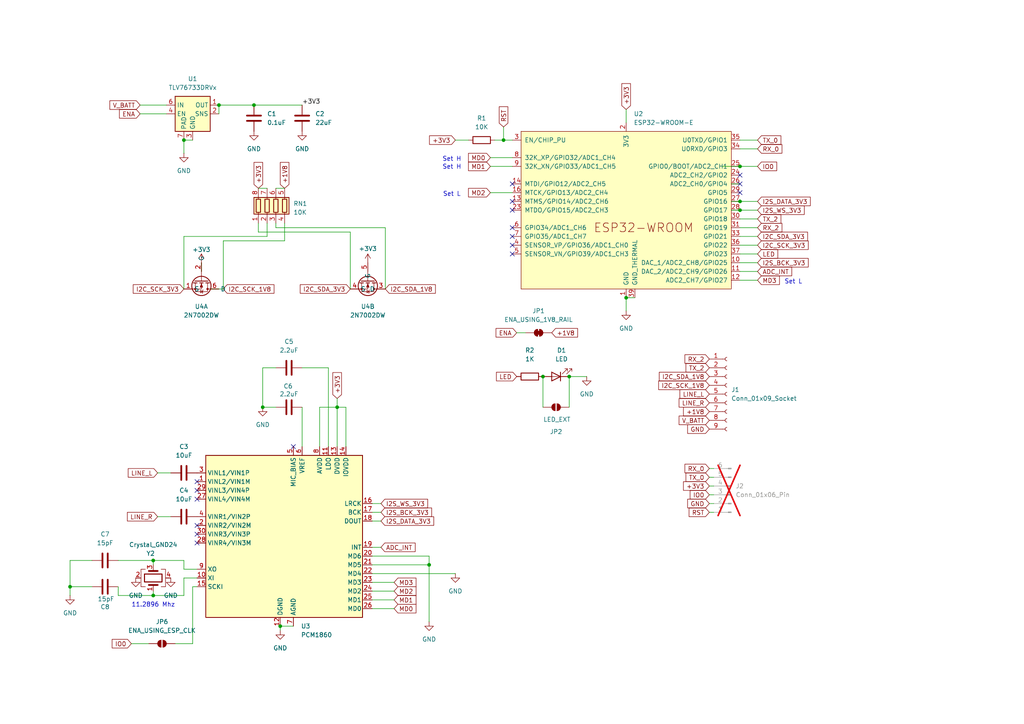
<source format=kicad_sch>
(kicad_sch (version 20231120) (generator "eeschema") (generator_version "8.0")
  (paper "A4")
  (lib_symbols
    (symbol "+3V3_1" (power) (pin_numbers hide) (pin_names (offset 0) hide)
      (property "Value" "+3V3_1" (at 0 3.556 0))
      (symbol "+3V3_1_0_1"
        (polyline (pts (xy -0.762 1.27) (xy 0 2.54)))
        (polyline (pts (xy 0 0) (xy 0 2.54)))
        (polyline (pts (xy 0 2.54) (xy 0.762 1.27)))
      )
      (symbol "+3V3_1_1_1"
        (pin power_in line (at 0 0 90) (length 0) hide (name "+3V3") (number "1"))
      )
    )
    (symbol "2N7002DW_1"
      (property "Reference" "U?" (at 7.62 -5.08 0))
      (property "Value" "2N7002DW" (at 11.43 -7.62 0))
      (symbol "2N7002DW_1_0_1"
        (polyline (pts (xy -1.016 0) (xy -3.81 0)))
        (polyline (pts (xy -1.016 1.905) (xy -1.016 -1.905)) (stroke (width 0.254)))
        (polyline (pts (xy -0.508 -1.27) (xy -0.508 -2.286)) (stroke (width 0.254)))
        (polyline (pts (xy -0.508 0.508) (xy -0.508 -0.508)) (stroke (width 0.254)))
        (polyline (pts (xy -0.508 2.286) (xy -0.508 1.27)) (stroke (width 0.254)))
        (polyline (pts (xy 1.27 2.54) (xy 1.27 1.778)))
        (polyline (pts (xy 1.27 -2.54) (xy 1.27 0) (xy -0.508 0)))
        (polyline (pts (xy -0.508 -1.778) (xy 2.032 -1.778) (xy 2.032 1.778) (xy -0.508 1.778)))
        (polyline (pts (xy -0.254 0) (xy 0.762 0.381) (xy 0.762 -0.381) (xy -0.254 0)) (fill (type outline)))
        (polyline (pts (xy 1.524 0.508) (xy 1.651 0.381) (xy 2.413 0.381) (xy 2.54 0.254)))
        (polyline (pts (xy 2.032 0.381) (xy 1.651 -0.254) (xy 2.413 -0.254) (xy 2.032 0.381)))
        (circle (center 0.381 0) (radius 2.794) (stroke (width 0.254)))
        (circle (center 1.27 -1.778) (radius 0.254) (fill (type outline)))
        (circle (center 1.27 1.778) (radius 0.254) (fill (type outline)))
      )
      (symbol "2N7002DW_1_1_1"
        (pin input line (at 1.27 -5.08 90) (length 2.54) (name "S") (number "1"))
        (pin passive line (at -3.81 0 180) (length 2.54) (name "G") (number "2"))
        (pin passive line (at 1.27 2.54 90) (length 2.54) (name "D") (number "6"))
      )
      (symbol "2N7002DW_1_2_1"
        (pin passive line (at 1.27 5.08 270) (length 2.54) (name "D") (number "3"))
        (pin input line (at 1.27 -5.08 90) (length 2.54) (name "S") (number "4"))
        (pin passive line (at -6.35 0 0) (length 2.54) (name "G") (number "5"))
      )
    )
    (symbol "Audio:PCM1860"
      (property "Reference" "U" (at -1.524 3.048 0))
      (property "Value" "PCM1860" (at -0.762 0.254 0))
      (symbol "PCM1860_0_1"
        (rectangle (start -24.13 26.67) (end 21.336 -20.32) (stroke (width 0.254)) (fill (type background)))
      )
      (symbol "PCM1860_1_0"
        (pin input line (at -26.67 16.51 0) (length 2.54) (name "VINL3/VIN4P") (number "29"))
        (pin input line (at -26.67 3.81 0) (length 2.54) (name "VINR3/VIN3P") (number "30"))
      )
      (symbol "PCM1860_1_1"
        (pin input line (at -26.67 19.05 0) (length 2.54) (name "VINL2/VIN1M") (number "1"))
        (pin input line (at -26.67 -8.89 0) (length 2.54) (name "XI") (number "10"))
        (pin power_in line (at 11.43 29.21 270) (length 2.54) (name "LDO") (number "11"))
        (pin power_in line (at -2.54 -22.86 90) (length 2.54) (name "DGND") (number "12"))
        (pin power_in line (at 13.97 29.21 270) (length 2.54) (name "DVDD") (number "13"))
        (pin power_in line (at 16.51 29.21 270) (length 2.54) (name "IOVDD") (number "14"))
        (pin input line (at -26.67 -11.43 0) (length 2.54) (name "SCKI") (number "15"))
        (pin bidirectional line (at 24.13 12.7 180) (length 2.54) (name "LRCK") (number "16"))
        (pin bidirectional line (at 24.13 10.16 180) (length 2.54) (name "BCK") (number "17"))
        (pin output line (at 24.13 7.62 180) (length 2.54) (name "DOUT") (number "18"))
        (pin input line (at 24.13 0 180) (length 2.54) (name "INT") (number "19"))
        (pin input line (at -26.67 6.35 0) (length 2.54) (name "VINR2/VIN2M") (number "2"))
        (pin input line (at 24.13 -2.54 180) (length 2.54) (name "MD6") (number "20"))
        (pin input line (at 24.13 -5.08 180) (length 2.54) (name "MD5") (number "21"))
        (pin input line (at 24.13 -7.62 180) (length 2.54) (name "MD4") (number "22"))
        (pin input line (at 24.13 -10.16 180) (length 2.54) (name "MD3") (number "23"))
        (pin input line (at 24.13 -12.7 180) (length 2.54) (name "MD2") (number "24"))
        (pin input line (at 24.13 -15.24 180) (length 2.54) (name "MD1") (number "25"))
        (pin input line (at 24.13 -17.78 180) (length 2.54) (name "MD0") (number "26"))
        (pin input line (at -26.67 13.97 0) (length 2.54) (name "VINL4/VIN4M") (number "27"))
        (pin input line (at -26.67 1.27 0) (length 2.54) (name "VINR4/VIN3M") (number "28"))
        (pin input line (at -26.67 21.59 0) (length 2.54) (name "VINL1/VIN1P") (number "3"))
        (pin input line (at -26.67 8.89 0) (length 2.54) (name "VINR1/VIN2P") (number "4"))
        (pin power_out line (at 1.27 29.21 270) (length 2.54) (name "MIC_BIAS") (number "5"))
        (pin input line (at 3.81 29.21 270) (length 2.54) (name "VREF") (number "6"))
        (pin power_in line (at 1.27 -22.86 90) (length 2.54) (name "AGND") (number "7"))
        (pin power_in line (at 8.89 29.21 270) (length 2.54) (name "AVDD") (number "8"))
        (pin input line (at -26.67 -6.35 0) (length 2.54) (name "XO") (number "9"))
      )
    )
    (symbol "Connector:Conn_01x06_Pin" (pin_names (offset 1.016) hide)
      (property "Reference" "J" (at 0 7.62 0))
      (property "Value" "Conn_01x06_Pin" (at 0 -10.16 0))
      (symbol "Conn_01x06_Pin_1_1"
        (polyline (pts (xy 1.27 -7.62) (xy 0.8636 -7.62)) (stroke (width 0.1524)))
        (polyline (pts (xy 1.27 -5.08) (xy 0.8636 -5.08)) (stroke (width 0.1524)))
        (polyline (pts (xy 1.27 -2.54) (xy 0.8636 -2.54)) (stroke (width 0.1524)))
        (polyline (pts (xy 1.27 0) (xy 0.8636 0)) (stroke (width 0.1524)))
        (polyline (pts (xy 1.27 2.54) (xy 0.8636 2.54)) (stroke (width 0.1524)))
        (polyline (pts (xy 1.27 5.08) (xy 0.8636 5.08)) (stroke (width 0.1524)))
        (rectangle (start 0.8636 -7.493) (end 0 -7.747) (stroke (width 0.1524)) (fill (type outline)))
        (rectangle (start 0.8636 -4.953) (end 0 -5.207) (stroke (width 0.1524)) (fill (type outline)))
        (rectangle (start 0.8636 -2.413) (end 0 -2.667) (stroke (width 0.1524)) (fill (type outline)))
        (rectangle (start 0.8636 0.127) (end 0 -0.127) (stroke (width 0.1524)) (fill (type outline)))
        (rectangle (start 0.8636 2.667) (end 0 2.413) (stroke (width 0.1524)) (fill (type outline)))
        (rectangle (start 0.8636 5.207) (end 0 4.953) (stroke (width 0.1524)) (fill (type outline)))
        (pin passive line (at 5.08 5.08 180) (length 3.81) (name "Pin_1") (number "1"))
        (pin passive line (at 5.08 2.54 180) (length 3.81) (name "Pin_2") (number "2"))
        (pin passive line (at 5.08 0 180) (length 3.81) (name "Pin_3") (number "3"))
        (pin passive line (at 5.08 -2.54 180) (length 3.81) (name "Pin_4") (number "4"))
        (pin passive line (at 5.08 -5.08 180) (length 3.81) (name "Pin_5") (number "5"))
        (pin passive line (at 5.08 -7.62 180) (length 3.81) (name "Pin_6") (number "6"))
      )
    )
    (symbol "Connector:Conn_01x09_Socket" (pin_names (offset 1.016) hide)
      (property "Reference" "J" (at 0 12.7 0))
      (property "Value" "Conn_01x09_Socket" (at 0 -12.7 0))
      (symbol "Conn_01x09_Socket_1_1"
        (arc (start 0 -9.652) (mid -0.5058 -10.16) (end 0 -10.668) (stroke (width 0.1524)))
        (arc (start 0 -7.112) (mid -0.5058 -7.62) (end 0 -8.128) (stroke (width 0.1524)))
        (arc (start 0 -4.572) (mid -0.5058 -5.08) (end 0 -5.588) (stroke (width 0.1524)))
        (arc (start 0 -2.032) (mid -0.5058 -2.54) (end 0 -3.048) (stroke (width 0.1524)))
        (polyline (pts (xy -1.27 -10.16) (xy -0.508 -10.16)) (stroke (width 0.1524)))
        (polyline (pts (xy -1.27 -7.62) (xy -0.508 -7.62)) (stroke (width 0.1524)))
        (polyline (pts (xy -1.27 -5.08) (xy -0.508 -5.08)) (stroke (width 0.1524)))
        (polyline (pts (xy -1.27 -2.54) (xy -0.508 -2.54)) (stroke (width 0.1524)))
        (polyline (pts (xy -1.27 0) (xy -0.508 0)) (stroke (width 0.1524)))
        (polyline (pts (xy -1.27 2.54) (xy -0.508 2.54)) (stroke (width 0.1524)))
        (polyline (pts (xy -1.27 5.08) (xy -0.508 5.08)) (stroke (width 0.1524)))
        (polyline (pts (xy -1.27 7.62) (xy -0.508 7.62)) (stroke (width 0.1524)))
        (polyline (pts (xy -1.27 10.16) (xy -0.508 10.16)) (stroke (width 0.1524)))
        (arc (start 0 0.508) (mid -0.5058 0) (end 0 -0.508) (stroke (width 0.1524)))
        (arc (start 0 3.048) (mid -0.5058 2.54) (end 0 2.032) (stroke (width 0.1524)))
        (arc (start 0 5.588) (mid -0.5058 5.08) (end 0 4.572) (stroke (width 0.1524)))
        (arc (start 0 8.128) (mid -0.5058 7.62) (end 0 7.112) (stroke (width 0.1524)))
        (arc (start 0 10.668) (mid -0.5058 10.16) (end 0 9.652) (stroke (width 0.1524)))
        (pin passive line (at -5.08 10.16 0) (length 3.81) (name "Pin_1") (number "1"))
        (pin passive line (at -5.08 7.62 0) (length 3.81) (name "Pin_2") (number "2"))
        (pin passive line (at -5.08 5.08 0) (length 3.81) (name "Pin_3") (number "3"))
        (pin passive line (at -5.08 2.54 0) (length 3.81) (name "Pin_4") (number "4"))
        (pin passive line (at -5.08 0 0) (length 3.81) (name "Pin_5") (number "5"))
        (pin passive line (at -5.08 -2.54 0) (length 3.81) (name "Pin_6") (number "6"))
        (pin passive line (at -5.08 -5.08 0) (length 3.81) (name "Pin_7") (number "7"))
        (pin passive line (at -5.08 -7.62 0) (length 3.81) (name "Pin_8") (number "8"))
        (pin passive line (at -5.08 -10.16 0) (length 3.81) (name "Pin_9") (number "9"))
      )
    )
    (symbol "Device:C" (pin_numbers hide) (pin_names (offset 0.254))
      (property "Reference" "C" (at 0.635 2.54 0))
      (property "Value" "C" (at 0.635 -2.54 0))
      (symbol "C_0_1"
        (polyline (pts (xy -2.032 -0.762) (xy 2.032 -0.762)) (stroke (width 0.508)))
        (polyline (pts (xy -2.032 0.762) (xy 2.032 0.762)) (stroke (width 0.508)))
      )
      (symbol "C_1_1"
        (pin passive line (at 0 3.81 270) (length 2.794) (name "~") (number "1"))
        (pin passive line (at 0 -3.81 90) (length 2.794) (name "~") (number "2"))
      )
    )
    (symbol "Device:Crystal_GND24" (pin_names (offset 1.016) hide)
      (property "Reference" "Y" (at 3.175 5.08 0))
      (property "Value" "Crystal_GND24" (at 3.175 3.175 0))
      (symbol "Crystal_GND24_0_1"
        (rectangle (start -1.143 2.54) (end 1.143 -2.54) (stroke (width 0.3048)))
        (polyline (pts (xy -2.54 0) (xy -2.032 0)))
        (polyline (pts (xy -2.032 -1.27) (xy -2.032 1.27)) (stroke (width 0.508)))
        (polyline (pts (xy 0 -3.81) (xy 0 -3.556)))
        (polyline (pts (xy 0 3.556) (xy 0 3.81)))
        (polyline (pts (xy 2.032 -1.27) (xy 2.032 1.27)) (stroke (width 0.508)))
        (polyline (pts (xy 2.032 0) (xy 2.54 0)))
        (polyline (pts (xy -2.54 -2.286) (xy -2.54 -3.556) (xy 2.54 -3.556) (xy 2.54 -2.286)))
        (polyline (pts (xy -2.54 2.286) (xy -2.54 3.556) (xy 2.54 3.556) (xy 2.54 2.286)))
      )
      (symbol "Crystal_GND24_1_1"
        (pin passive line (at -3.81 0 0) (length 1.27) (name "1") (number "1"))
        (pin passive line (at 0 5.08 270) (length 1.27) (name "2") (number "2"))
        (pin passive line (at 3.81 0 180) (length 1.27) (name "3") (number "3"))
        (pin passive line (at 0 -5.08 90) (length 1.27) (name "4") (number "4"))
      )
    )
    (symbol "Device:LED" (pin_numbers hide) (pin_names (offset 1.016) hide)
      (property "Reference" "D" (at 0 2.54 0))
      (property "Value" "LED" (at 0 -2.54 0))
      (symbol "LED_0_1"
        (polyline (pts (xy -1.27 -1.27) (xy -1.27 1.27)) (stroke (width 0.254)))
        (polyline (pts (xy -1.27 0) (xy 1.27 0)))
        (polyline (pts (xy 1.27 -1.27) (xy 1.27 1.27) (xy -1.27 0) (xy 1.27 -1.27)) (stroke (width 0.254)))
        (polyline (pts (xy -3.048 -0.762) (xy -4.572 -2.286) (xy -3.81 -2.286) (xy -4.572 -2.286) (xy -4.572 -1.524)))
        (polyline (pts (xy -1.778 -0.762) (xy -3.302 -2.286) (xy -2.54 -2.286) (xy -3.302 -2.286) (xy -3.302 -1.524)))
      )
      (symbol "LED_1_1"
        (pin passive line (at -3.81 0 0) (length 2.54) (name "K") (number "1"))
        (pin passive line (at 3.81 0 180) (length 2.54) (name "A") (number "2"))
      )
    )
    (symbol "Device:R" (pin_numbers hide) (pin_names (offset 0))
      (property "Reference" "R" (at 2.032 0 90))
      (property "Value" "R" (at 0 0 90))
      (symbol "R_0_1"
        (rectangle (start -1.016 -2.54) (end 1.016 2.54) (stroke (width 0.254)))
      )
      (symbol "R_1_1"
        (pin passive line (at 0 3.81 270) (length 1.27) (name "~") (number "1"))
        (pin passive line (at 0 -3.81 90) (length 1.27) (name "~") (number "2"))
      )
    )
    (symbol "Device:R_Pack04" (pin_names (offset 0) hide)
      (property "Reference" "RN" (at -7.62 0 90))
      (property "Value" "R_Pack04" (at 5.08 0 90))
      (symbol "R_Pack04_0_1"
        (rectangle (start -6.35 -2.413) (end 3.81 2.413) (stroke (width 0.254)) (fill (type background)))
        (rectangle (start -5.715 1.905) (end -4.445 -1.905) (stroke (width 0.254)))
        (rectangle (start -3.175 1.905) (end -1.905 -1.905) (stroke (width 0.254)))
        (rectangle (start -0.635 1.905) (end 0.635 -1.905) (stroke (width 0.254)))
        (polyline (pts (xy -5.08 -2.54) (xy -5.08 -1.905)))
        (polyline (pts (xy -5.08 1.905) (xy -5.08 2.54)))
        (polyline (pts (xy -2.54 -2.54) (xy -2.54 -1.905)))
        (polyline (pts (xy -2.54 1.905) (xy -2.54 2.54)))
        (polyline (pts (xy 0 -2.54) (xy 0 -1.905)))
        (polyline (pts (xy 0 1.905) (xy 0 2.54)))
        (polyline (pts (xy 2.54 -2.54) (xy 2.54 -1.905)))
        (polyline (pts (xy 2.54 1.905) (xy 2.54 2.54)))
        (rectangle (start 1.905 1.905) (end 3.175 -1.905) (stroke (width 0.254)))
      )
      (symbol "R_Pack04_1_1"
        (pin passive line (at -5.08 -5.08 90) (length 2.54) (name "R1.1") (number "1"))
        (pin passive line (at -2.54 -5.08 90) (length 2.54) (name "R2.1") (number "2"))
        (pin passive line (at 0 -5.08 90) (length 2.54) (name "R3.1") (number "3"))
        (pin passive line (at 2.54 -5.08 90) (length 2.54) (name "R4.1") (number "4"))
        (pin passive line (at 2.54 5.08 270) (length 2.54) (name "R4.2") (number "5"))
        (pin passive line (at 0 5.08 270) (length 2.54) (name "R3.2") (number "6"))
        (pin passive line (at -2.54 5.08 270) (length 2.54) (name "R2.2") (number "7"))
        (pin passive line (at -5.08 5.08 270) (length 2.54) (name "R1.2") (number "8"))
      )
    )
    (symbol "GND_1" (power) (pin_numbers hide) (pin_names (offset 0) hide)
      (property "Value" "GND_1" (at 0 -3.81 0))
      (symbol "GND_1_0_1"
        (polyline (pts (xy 0 0) (xy 0 -1.27) (xy 1.27 -1.27) (xy 0 -2.54) (xy -1.27 -1.27) (xy 0 -1.27)))
      )
      (symbol "GND_1_1_1"
        (pin power_in line (at 0 0 270) (length 0) hide (name "GND") (number "1"))
      )
    )
    (symbol "Jumper:SolderJumper_2_Bridged" (pin_numbers hide) (pin_names (offset 0) hide) (exclude_from_sim yes) (in_bom no)
      (property "Reference" "JP" (at 0 2.032 0))
      (property "Value" "SolderJumper_2_Bridged" (at 0 -2.54 0))
      (symbol "SolderJumper_2_Bridged_0_1"
        (rectangle (start -0.508 0.508) (end 0.508 -0.508) (fill (type outline)))
        (arc (start -0.254 1.016) (mid -1.2656 0) (end -0.254 -1.016))
        (arc (start -0.254 1.016) (mid -1.2656 0) (end -0.254 -1.016) (fill (type outline)))
        (polyline (pts (xy -0.254 1.016) (xy -0.254 -1.016)))
        (polyline (pts (xy 0.254 1.016) (xy 0.254 -1.016)))
        (arc (start 0.254 -1.016) (mid 1.2656 0) (end 0.254 1.016))
        (arc (start 0.254 -1.016) (mid 1.2656 0) (end 0.254 1.016) (fill (type outline)))
      )
      (symbol "SolderJumper_2_Bridged_1_1"
        (pin passive line (at -3.81 0 0) (length 2.54) (name "A") (number "1"))
        (pin passive line (at 3.81 0 180) (length 2.54) (name "B") (number "2"))
      )
    )
    (symbol "Jumper:SolderJumper_2_Open" (pin_numbers hide) (pin_names (offset 0) hide) (exclude_from_sim yes) (in_bom no)
      (property "Reference" "JP" (at 0 2.032 0))
      (property "Value" "SolderJumper_2_Open" (at 0 -2.54 0))
      (symbol "SolderJumper_2_Open_0_1"
        (arc (start -0.254 1.016) (mid -1.2656 0) (end -0.254 -1.016))
        (arc (start -0.254 1.016) (mid -1.2656 0) (end -0.254 -1.016) (fill (type outline)))
        (polyline (pts (xy -0.254 1.016) (xy -0.254 -1.016)))
        (polyline (pts (xy 0.254 1.016) (xy 0.254 -1.016)))
        (arc (start 0.254 -1.016) (mid 1.2656 0) (end 0.254 1.016))
        (arc (start 0.254 -1.016) (mid 1.2656 0) (end 0.254 1.016) (fill (type outline)))
      )
      (symbol "SolderJumper_2_Open_1_1"
        (pin passive line (at -3.81 0 0) (length 2.54) (name "A") (number "1"))
        (pin passive line (at 3.81 0 180) (length 2.54) (name "B") (number "2"))
      )
    )
    (symbol "PCM_Espressif:ESP32-WROOM-E" (pin_names (offset 1.016))
      (property "Reference" "U" (at -30.48 27.94 0))
      (property "Value" "ESP32-WROOM-E" (at -30.48 25.4 0))
      (symbol "ESP32-WROOM-E_0_1"
        (rectangle (start -30.48 22.86) (end 30.48 -22.86) (fill (type background)))
      )
      (symbol "ESP32-WROOM-E_1_1"
        (text "ESP32-­WROOM­" (at 5.08 -5.08 0) (effects (font (size 2.54 2.54))))
        (pin power_in line (at 0 -25.4 90) (length 2.54) (name "GND") (number "1"))
        (pin bidirectional line (at 33.02 -15.24 180) (length 2.54) (name "DAC_1/ADC2_CH8/GPIO25") (number "10"))
        (pin bidirectional line (at 33.02 -17.78 180) (length 2.54) (name "DAC_2/ADC2_CH9/GPIO26") (number "11"))
        (pin bidirectional line (at 33.02 -20.32 180) (length 2.54) (name "ADC2_CH7/GPIO27") (number "12"))
        (pin bidirectional line (at -33.02 2.54 0) (length 2.54) (name "MTMS/GPIO14/ADC2_CH6") (number "13"))
        (pin bidirectional line (at -33.02 7.62 0) (length 2.54) (name "MTDI/GPIO12/ADC2_CH5") (number "14"))
        (pin passive line (at 0 -25.4 90) (length 2.54) hide (name "GND") (number "15"))
        (pin bidirectional line (at -33.02 5.08 0) (length 2.54) (name "MTCK/GPIO13/ADC2_CH4") (number "16"))
        (pin power_in line (at 0 25.4 270) (length 2.54) (name "3V3") (number "2"))
        (pin bidirectional line (at -33.02 0 0) (length 2.54) (name "MTDO/GPIO15/ADC2_CH3") (number "23"))
        (pin bidirectional line (at 33.02 10.16 180) (length 2.54) (name "ADC2_CH2/GPIO2") (number "24"))
        (pin bidirectional line (at 33.02 12.7 180) (length 2.54) (name "GPIO0/BOOT/ADC2_CH1") (number "25"))
        (pin bidirectional line (at 33.02 7.62 180) (length 2.54) (name "ADC2_CH0/GPIO4") (number "26"))
        (pin bidirectional line (at 33.02 2.54 180) (length 2.54) (name "GPIO16") (number "27"))
        (pin bidirectional line (at 33.02 0 180) (length 2.54) (name "GPIO17") (number "28"))
        (pin bidirectional line (at 33.02 5.08 180) (length 2.54) (name "GPIO5") (number "29"))
        (pin input line (at -33.02 20.32 0) (length 2.54) (name "EN/CHIP_PU") (number "3"))
        (pin bidirectional line (at 33.02 -2.54 180) (length 2.54) (name "GPIO18") (number "30"))
        (pin bidirectional line (at 33.02 -5.08 180) (length 2.54) (name "GPIO19") (number "31"))
        (pin bidirectional line (at 33.02 -7.62 180) (length 2.54) (name "GPIO21") (number "33"))
        (pin bidirectional line (at 33.02 17.78 180) (length 2.54) (name "U0RXD/GPIO3") (number "34"))
        (pin bidirectional line (at 33.02 20.32 180) (length 2.54) (name "U0TXD/GPIO1") (number "35"))
        (pin bidirectional line (at 33.02 -10.16 180) (length 2.54) (name "GPIO22") (number "36"))
        (pin bidirectional line (at 33.02 -12.7 180) (length 2.54) (name "GPIO23") (number "37"))
        (pin passive line (at 0 -25.4 90) (length 2.54) hide (name "GND") (number "38"))
        (pin power_in line (at 2.54 -25.4 90) (length 2.54) (name "GND_THERMAL") (number "39"))
        (pin input line (at -33.02 -10.16 0) (length 2.54) (name "SENSOR_VP/GPIO36/ADC1_CH0") (number "4"))
        (pin input line (at -33.02 -12.7 0) (length 2.54) (name "SENSOR_VN/GPIO39/ADC1_CH3") (number "5"))
        (pin input line (at -33.02 -5.08 0) (length 2.54) (name "GPIO34/ADC1_CH6") (number "6"))
        (pin input line (at -33.02 -7.62 0) (length 2.54) (name "GPIO35/ADC1_CH7") (number "7"))
        (pin bidirectional line (at -33.02 15.24 0) (length 2.54) (name "32K_XP/GPIO32/ADC1_CH4") (number "8"))
        (pin bidirectional line (at -33.02 12.7 0) (length 2.54) (name "32K_XN/GPIO33/ADC1_CH5") (number "9"))
      )
    )
    (symbol "Regulator_Linear:TLV76733DRVx"
      (property "Reference" "U" (at 0 8.89 0))
      (property "Value" "TLV76733DRVx" (at 0 6.35 0))
      (symbol "TLV76733DRVx_0_1"
        (rectangle (start -5.08 -5.08) (end 5.08 5.08) (stroke (width 0.254)) (fill (type background)))
      )
      (symbol "TLV76733DRVx_1_1"
        (pin power_out line (at 7.62 2.54 180) (length 2.54) (name "OUT") (number "1"))
        (pin input line (at 7.62 0 180) (length 2.54) (name "SNS") (number "2"))
        (pin power_in line (at 0 -7.62 90) (length 2.54) (name "GND") (number "3"))
        (pin input line (at -7.62 0 0) (length 2.54) (name "EN") (number "4"))
        (pin passive line (at 0 -7.62 90) (length 2.54) hide (name "GND") (number "5"))
        (pin power_in line (at -7.62 2.54 0) (length 2.54) (name "IN") (number "6"))
        (pin passive line (at -2.54 -7.62 90) (length 2.54) (name "PAD") (number "7"))
      )
    )
    (symbol "Transistor_FET:2N7002DW"
      (property "Reference" "U?" (at 7.62 -5.08 0))
      (property "Value" "2N7002DW" (at 11.43 -7.62 0))
      (symbol "2N7002DW_0_1"
        (polyline (pts (xy -1.016 0) (xy -3.81 0)))
        (polyline (pts (xy -1.016 1.905) (xy -1.016 -1.905)) (stroke (width 0.254)))
        (polyline (pts (xy -0.508 -1.27) (xy -0.508 -2.286)) (stroke (width 0.254)))
        (polyline (pts (xy -0.508 0.508) (xy -0.508 -0.508)) (stroke (width 0.254)))
        (polyline (pts (xy -0.508 2.286) (xy -0.508 1.27)) (stroke (width 0.254)))
        (polyline (pts (xy 1.27 2.54) (xy 1.27 1.778)))
        (polyline (pts (xy 1.27 -2.54) (xy 1.27 0) (xy -0.508 0)))
        (polyline (pts (xy -0.508 -1.778) (xy 2.032 -1.778) (xy 2.032 1.778) (xy -0.508 1.778)))
        (polyline (pts (xy -0.254 0) (xy 0.762 0.381) (xy 0.762 -0.381) (xy -0.254 0)) (fill (type outline)))
        (polyline (pts (xy 1.524 0.508) (xy 1.651 0.381) (xy 2.413 0.381) (xy 2.54 0.254)))
        (polyline (pts (xy 2.032 0.381) (xy 1.651 -0.254) (xy 2.413 -0.254) (xy 2.032 0.381)))
        (circle (center 0.381 0) (radius 2.794) (stroke (width 0.254)))
        (circle (center 1.27 -1.778) (radius 0.254) (fill (type outline)))
        (circle (center 1.27 1.778) (radius 0.254) (fill (type outline)))
      )
      (symbol "2N7002DW_1_1"
        (pin input line (at 1.27 -5.08 90) (length 2.54) (name "S") (number "1"))
        (pin passive line (at -3.81 0 180) (length 2.54) (name "G") (number "2"))
        (pin passive line (at 1.27 2.54 90) (length 2.54) (name "D") (number "6"))
      )
      (symbol "2N7002DW_2_1"
        (pin passive line (at 1.27 5.08 270) (length 2.54) (name "D") (number "3"))
        (pin input line (at 1.27 -5.08 90) (length 2.54) (name "S") (number "4"))
        (pin passive line (at -6.35 0 0) (length 2.54) (name "G") (number "5"))
      )
    )
    (symbol "power:GND" (power) (pin_numbers hide) (pin_names (offset 0) hide)
      (property "Value" "GND" (at 0 -3.81 0))
      (symbol "GND_0_1"
        (polyline (pts (xy 0 0) (xy 0 -1.27) (xy 1.27 -1.27) (xy 0 -2.54) (xy -1.27 -1.27) (xy 0 -1.27)))
      )
      (symbol "GND_1_1"
        (pin power_in line (at 0 0 270) (length 0) (name "~") (number "1"))
      )
    )
  )
  (junction (at 214.63 60.96))
  (junction (at 73.66 30.48))
  (junction (at 63.5 30.48))
  (junction (at 76.2 118.11))
  (junction (at 81.28 181.61))
  (junction (at 20.32 170.18))
  (junction (at 44.45 172.72))
  (junction (at 157.48 109.22))
  (junction (at 214.63 58.42))
  (junction (at 44.45 162.56))
  (junction (at 214.63 48.26))
  (junction (at 53.34 40.64))
  (junction (at 165.1 109.22))
  (junction (at 124.46 163.83))
  (junction (at 181.61 86.36))
  (junction (at 146.05 40.64))
  (junction (at 97.79 118.11))
  (no_connect (at 57.15 157.48))
  (no_connect (at 148.59 71.12))
  (no_connect (at 148.59 66.04))
  (no_connect (at 214.63 55.88))
  (no_connect (at 148.59 73.66))
  (no_connect (at 148.59 53.34))
  (no_connect (at 148.59 60.96))
  (no_connect (at 57.15 154.94))
  (no_connect (at 214.63 53.34))
  (no_connect (at 85.09 129.54))
  (no_connect (at 148.59 58.42))
  (no_connect (at 214.63 50.8))
  (no_connect (at 148.59 68.58))
  (no_connect (at 57.15 139.7))
  (no_connect (at 57.15 142.24))
  (no_connect (at 57.15 152.4))
  (no_connect (at 57.15 144.78))
  (wire (pts (xy 142.24 48.26) (xy 148.59 48.26)))
  (wire (pts (xy 95.25 129.54) (xy 95.25 106.68)))
  (wire (pts (xy 80.01 66.04) (xy 111.76 66.04)))
  (wire (pts (xy 214.63 48.26) (xy 219.71 48.26)))
  (wire (pts (xy 44.45 162.56) (xy 53.34 162.56)))
  (wire (pts (xy 73.66 30.48) (xy 87.63 30.48)))
  (wire (pts (xy 214.63 71.12) (xy 219.71 71.12)))
  (wire (pts (xy 45.72 137.16) (xy 49.53 137.16)))
  (wire (pts (xy 181.61 31.75) (xy 181.61 35.56)))
  (wire (pts (xy 53.34 40.64) (xy 55.88 40.64)))
  (wire (pts (xy 214.63 43.18) (xy 219.71 43.18)))
  (wire (pts (xy 80.01 54.61) (xy 82.55 54.61)))
  (wire (pts (xy 55.88 186.69) (xy 55.88 170.18)))
  (wire (pts (xy 76.2 118.11) (xy 80.01 118.11)))
  (wire (pts (xy 82.55 69.85) (xy 82.55 64.77)))
  (wire (pts (xy 107.95 163.83) (xy 124.46 163.83)))
  (wire (pts (xy 148.59 45.72) (xy 142.24 45.72)))
  (wire (pts (xy 57.15 165.1) (xy 53.34 165.1)))
  (wire (pts (xy 214.63 60.96) (xy 219.71 60.96)))
  (wire (pts (xy 212.09 60.96) (xy 214.63 60.96)))
  (wire (pts (xy 148.59 55.88) (xy 142.24 55.88)))
  (wire (pts (xy 214.63 81.28) (xy 219.71 81.28)))
  (wire (pts (xy 212.09 53.34) (xy 214.63 53.34)))
  (wire (pts (xy 53.34 40.64) (xy 53.34 44.45)))
  (wire (pts (xy 143.51 40.64) (xy 146.05 40.64)))
  (wire (pts (xy 92.71 129.54) (xy 92.71 118.11)))
  (wire (pts (xy 44.45 172.72) (xy 44.45 171.45)))
  (wire (pts (xy 58.42 76.2) (xy 58.42 78.74)))
  (wire (pts (xy 53.34 167.64) (xy 53.34 172.72)))
  (wire (pts (xy 53.34 167.64) (xy 57.15 167.64)))
  (wire (pts (xy 107.95 148.59) (xy 110.49 148.59)))
  (wire (pts (xy 74.93 54.61) (xy 77.47 54.61)))
  (wire (pts (xy 214.63 76.2) (xy 219.71 76.2)))
  (wire (pts (xy 50.8 186.69) (xy 55.88 186.69)))
  (wire (pts (xy 53.34 165.1) (xy 53.34 162.56)))
  (wire (pts (xy 34.29 162.56) (xy 44.45 162.56)))
  (wire (pts (xy 124.46 163.83) (xy 124.46 180.34)))
  (wire (pts (xy 64.77 83.82) (xy 60.96 83.82)))
  (wire (pts (xy 107.95 171.45) (xy 114.3 171.45)))
  (wire (pts (xy 45.72 149.86) (xy 49.53 149.86)))
  (wire (pts (xy 124.46 161.29) (xy 124.46 163.83)))
  (wire (pts (xy 97.79 118.11) (xy 100.33 118.11)))
  (wire (pts (xy 205.74 140.97) (xy 207.01 140.97)))
  (wire (pts (xy 214.63 63.5) (xy 219.71 63.5)))
  (wire (pts (xy 205.74 146.05) (xy 207.01 146.05)))
  (wire (pts (xy 107.95 173.99) (xy 114.3 173.99)))
  (wire (pts (xy 107.95 158.75) (xy 110.49 158.75)))
  (wire (pts (xy 34.29 172.72) (xy 34.29 170.18)))
  (wire (pts (xy 80.01 106.68) (xy 76.2 106.68)))
  (wire (pts (xy 146.05 40.64) (xy 148.59 40.64)))
  (wire (pts (xy 63.5 30.48) (xy 63.5 33.02)))
  (wire (pts (xy 44.45 163.83) (xy 44.45 162.56)))
  (wire (pts (xy 214.63 58.42) (xy 219.71 58.42)))
  (wire (pts (xy 149.86 96.52) (xy 152.4 96.52)))
  (wire (pts (xy 132.08 40.64) (xy 135.89 40.64)))
  (wire (pts (xy 20.32 170.18) (xy 26.67 170.18)))
  (wire (pts (xy 207.01 143.51) (xy 205.74 143.51)))
  (wire (pts (xy 97.79 118.11) (xy 97.79 129.54)))
  (wire (pts (xy 181.61 86.36) (xy 181.61 90.17)))
  (wire (pts (xy 209.55 48.26) (xy 214.63 48.26)))
  (wire (pts (xy 81.28 181.61) (xy 85.09 181.61)))
  (wire (pts (xy 165.1 109.22) (xy 165.1 118.11)))
  (wire (pts (xy 214.63 73.66) (xy 219.71 73.66)))
  (wire (pts (xy 100.33 118.11) (xy 100.33 129.54)))
  (wire (pts (xy 64.77 69.85) (xy 82.55 69.85)))
  (wire (pts (xy 74.93 67.31) (xy 74.93 64.77)))
  (wire (pts (xy 92.71 118.11) (xy 97.79 118.11)))
  (wire (pts (xy 44.45 172.72) (xy 53.34 172.72)))
  (wire (pts (xy 40.64 33.02) (xy 48.26 33.02)))
  (wire (pts (xy 64.77 69.85) (xy 64.77 83.82)))
  (wire (pts (xy 20.32 170.18) (xy 20.32 172.72)))
  (wire (pts (xy 74.93 67.31) (xy 101.6 67.31)))
  (wire (pts (xy 214.63 68.58) (xy 219.71 68.58)))
  (wire (pts (xy 77.47 68.58) (xy 77.47 64.77)))
  (wire (pts (xy 101.6 67.31) (xy 101.6 83.82)))
  (wire (pts (xy 107.95 168.91) (xy 114.3 168.91)))
  (wire (pts (xy 95.25 106.68) (xy 87.63 106.68)))
  (wire (pts (xy 55.88 170.18) (xy 57.15 170.18)))
  (wire (pts (xy 111.76 83.82) (xy 111.76 66.04)))
  (wire (pts (xy 76.2 106.68) (xy 76.2 118.11)))
  (wire (pts (xy 214.63 40.64) (xy 219.71 40.64)))
  (wire (pts (xy 205.74 135.89) (xy 207.01 135.89)))
  (wire (pts (xy 97.79 115.57) (xy 97.79 118.11)))
  (wire (pts (xy 124.46 161.29) (xy 107.95 161.29)))
  (wire (pts (xy 205.74 138.43) (xy 207.01 138.43)))
  (wire (pts (xy 81.28 181.61) (xy 81.28 182.88)))
  (wire (pts (xy 38.1 186.69) (xy 43.18 186.69)))
  (wire (pts (xy 20.32 162.56) (xy 20.32 170.18)))
  (wire (pts (xy 40.64 30.48) (xy 48.26 30.48)))
  (wire (pts (xy 87.63 129.54) (xy 87.63 118.11)))
  (wire (pts (xy 107.95 176.53) (xy 114.3 176.53)))
  (wire (pts (xy 53.34 68.58) (xy 77.47 68.58)))
  (wire (pts (xy 146.05 36.83) (xy 146.05 40.64)))
  (wire (pts (xy 214.63 78.74) (xy 219.71 78.74)))
  (wire (pts (xy 34.29 172.72) (xy 44.45 172.72)))
  (wire (pts (xy 107.95 166.37) (xy 132.08 166.37)))
  (wire (pts (xy 53.34 83.82) (xy 53.34 68.58)))
  (wire (pts (xy 170.18 109.22) (xy 165.1 109.22)))
  (wire (pts (xy 107.95 146.05) (xy 110.49 146.05)))
  (wire (pts (xy 212.09 58.42) (xy 214.63 58.42)))
  (wire (pts (xy 80.01 66.04) (xy 80.01 64.77)))
  (wire (pts (xy 63.5 30.48) (xy 73.66 30.48)))
  (wire (pts (xy 181.61 86.36) (xy 184.15 86.36)))
  (wire (pts (xy 214.63 66.04) (xy 219.71 66.04)))
  (wire (pts (xy 107.95 151.13) (xy 110.49 151.13)))
  (wire (pts (xy 205.74 148.59) (xy 207.01 148.59)))
  (wire (pts (xy 26.67 162.56) (xy 20.32 162.56)))
  (wire (pts (xy 157.48 109.22) (xy 157.48 118.11)))
  (text "Set L" (at 131.064 56.388 0) (effects (font (size 1.27 1.27))))
  (text "Set H" (at 131.064 46.228 0) (effects (font (size 1.27 1.27))))
  (text "11.2896 Mhz" (at 44.45 175.514 0) (effects (font (size 1.27 1.27))))
  (text "Set H" (at 131.064 48.514 0) (effects (font (size 1.27 1.27))))
  (text "Set L" (at 230.124 81.788 0) (effects (font (size 1.27 1.27))))
  (label "+3V3" (at 87.63 30.48 0))
  (global_label "MD1" (shape input) (at 142.24 48.26 180) (property "Intersheetrefs" "${INTERSHEET_REFS}" (effects (hide yes))))
  (global_label "+3V3" (shape input) (at 132.08 40.64 180) (property "Intersheetrefs" "${INTERSHEET_REFS}" (effects (hide yes))))
  (global_label "V_BATT" (shape input) (at 40.64 30.48 180) (property "Intersheetrefs" "${INTERSHEET_REFS}" (effects (hide yes))))
  (global_label "+1V8" (shape input) (at 205.74 119.38 180) (property "Intersheetrefs" "${INTERSHEET_REFS}" (effects (hide yes))))
  (global_label "LINE_L" (shape input) (at 45.72 137.16 180) (property "Intersheetrefs" "${INTERSHEET_REFS}" (effects (hide yes))))
  (global_label "I2C_SCK_3V3" (shape input) (at 219.71 71.12 0) (property "Intersheetrefs" "${INTERSHEET_REFS}" (effects (hide yes))))
  (global_label "+3V3" (shape input) (at 181.61 31.75 90) (property "Intersheetrefs" "${INTERSHEET_REFS}" (effects (hide yes))))
  (global_label "GND" (shape input) (at 205.74 146.05 180) (property "Intersheetrefs" "${INTERSHEET_REFS}" (effects (hide yes))))
  (global_label "RX_0" (shape input) (at 219.71 43.18 0) (property "Intersheetrefs" "${INTERSHEET_REFS}" (effects (hide yes))))
  (global_label "I2C_SDA_1V8" (shape input) (at 205.74 109.22 180) (property "Intersheetrefs" "${INTERSHEET_REFS}" (effects (hide yes))))
  (global_label "I2S_WS_3V3" (shape input) (at 219.71 60.96 0) (property "Intersheetrefs" "${INTERSHEET_REFS}" (effects (hide yes))))
  (global_label "+3V3" (shape input) (at 74.93 54.61 90) (property "Intersheetrefs" "${INTERSHEET_REFS}" (effects (hide yes))))
  (global_label "ENA" (shape input) (at 149.86 96.52 180) (property "Intersheetrefs" "${INTERSHEET_REFS}" (effects (hide yes))))
  (global_label "+1V8" (shape input) (at 82.55 54.61 90) (property "Intersheetrefs" "${INTERSHEET_REFS}" (effects (hide yes))))
  (global_label "MD0" (shape input) (at 142.24 45.72 180) (property "Intersheetrefs" "${INTERSHEET_REFS}" (effects (hide yes))))
  (global_label "IO0" (shape input) (at 219.71 48.26 0) (property "Intersheetrefs" "${INTERSHEET_REFS}" (effects (hide yes))))
  (global_label "I2S_DATA_3V3" (shape input) (at 219.71 58.42 0) (property "Intersheetrefs" "${INTERSHEET_REFS}" (effects (hide yes))))
  (global_label "I2S_WS_3V3" (shape input) (at 110.49 146.05 0) (property "Intersheetrefs" "${INTERSHEET_REFS}" (effects (hide yes))))
  (global_label "MD2" (shape input) (at 114.3 171.45 0) (property "Intersheetrefs" "${INTERSHEET_REFS}" (effects (hide yes))))
  (global_label "LINE_R" (shape input) (at 45.72 149.86 180) (property "Intersheetrefs" "${INTERSHEET_REFS}" (effects (hide yes))))
  (global_label "I2C_SDA_3V3" (shape input) (at 219.71 68.58 0) (property "Intersheetrefs" "${INTERSHEET_REFS}" (effects (hide yes))))
  (global_label "I2C_SCK_1V8" (shape input) (at 64.77 83.82 0) (property "Intersheetrefs" "${INTERSHEET_REFS}" (effects (hide yes))))
  (global_label "TX_2" (shape input) (at 205.74 106.68 180) (property "Intersheetrefs" "${INTERSHEET_REFS}" (effects (hide yes))))
  (global_label "I2S_BCK_3V3" (shape input) (at 110.49 148.59 0) (property "Intersheetrefs" "${INTERSHEET_REFS}" (effects (hide yes))))
  (global_label "LED" (shape input) (at 219.71 73.66 0) (property "Intersheetrefs" "${INTERSHEET_REFS}" (effects (hide yes))))
  (global_label "MD2" (shape input) (at 142.24 55.88 180) (property "Intersheetrefs" "${INTERSHEET_REFS}" (effects (hide yes))))
  (global_label "ADC_INT" (shape input) (at 219.71 78.74 0) (property "Intersheetrefs" "${INTERSHEET_REFS}" (effects (hide yes))))
  (global_label "I2C_SCK_3V3" (shape input) (at 53.34 83.82 180) (property "Intersheetrefs" "${INTERSHEET_REFS}" (effects (hide yes))))
  (global_label "I2C_SDA_1V8" (shape input) (at 111.76 83.82 0) (property "Intersheetrefs" "${INTERSHEET_REFS}" (effects (hide yes))))
  (global_label "RX_0" (shape input) (at 205.74 135.89 180) (property "Intersheetrefs" "${INTERSHEET_REFS}" (effects (hide yes))))
  (global_label "LINE_R" (shape input) (at 205.74 116.84 180) (property "Intersheetrefs" "${INTERSHEET_REFS}" (effects (hide yes))))
  (global_label "IO0" (shape input) (at 205.74 143.51 180) (property "Intersheetrefs" "${INTERSHEET_REFS}" (effects (hide yes))))
  (global_label "+3V3" (shape input) (at 97.79 115.57 90) (property "Intersheetrefs" "${INTERSHEET_REFS}" (effects (hide yes))))
  (global_label "GND" (shape input) (at 205.74 124.46 180) (property "Intersheetrefs" "${INTERSHEET_REFS}" (effects (hide yes))))
  (global_label "I2S_BCK_3V3" (shape input) (at 219.71 76.2 0) (property "Intersheetrefs" "${INTERSHEET_REFS}" (effects (hide yes))))
  (global_label "ENA" (shape input) (at 40.64 33.02 180) (property "Intersheetrefs" "${INTERSHEET_REFS}" (effects (hide yes))))
  (global_label "+3V3" (shape input) (at 205.74 140.97 180) (property "Intersheetrefs" "${INTERSHEET_REFS}" (effects (hide yes))))
  (global_label "MD3" (shape input) (at 114.3 168.91 0) (property "Intersheetrefs" "${INTERSHEET_REFS}" (effects (hide yes))))
  (global_label "TX_0" (shape input) (at 205.74 138.43 180) (property "Intersheetrefs" "${INTERSHEET_REFS}" (effects (hide yes))))
  (global_label "MD0" (shape input) (at 114.3 176.53 0) (property "Intersheetrefs" "${INTERSHEET_REFS}" (effects (hide yes))))
  (global_label "LINE_L" (shape input) (at 205.74 114.3 180) (property "Intersheetrefs" "${INTERSHEET_REFS}" (effects (hide yes))))
  (global_label "I2C_SCK_1V8" (shape input) (at 205.74 111.76 180) (property "Intersheetrefs" "${INTERSHEET_REFS}" (effects (hide yes))))
  (global_label "RX_2" (shape input) (at 219.71 66.04 0) (property "Intersheetrefs" "${INTERSHEET_REFS}" (effects (hide yes))))
  (global_label "+1V8" (shape input) (at 160.02 96.52 0) (property "Intersheetrefs" "${INTERSHEET_REFS}" (effects (hide yes))))
  (global_label "MD3" (shape input) (at 219.71 81.28 0) (property "Intersheetrefs" "${INTERSHEET_REFS}" (effects (hide yes))))
  (global_label "LED" (shape input) (at 149.86 109.22 180) (property "Intersheetrefs" "${INTERSHEET_REFS}" (effects (hide yes))))
  (global_label "MD1" (shape input) (at 114.3 173.99 0) (property "Intersheetrefs" "${INTERSHEET_REFS}" (effects (hide yes))))
  (global_label "RST" (shape input) (at 146.05 36.83 90) (property "Intersheetrefs" "${INTERSHEET_REFS}" (effects (hide yes))))
  (global_label "TX_2" (shape input) (at 219.71 63.5 0) (property "Intersheetrefs" "${INTERSHEET_REFS}" (effects (hide yes))))
  (global_label "I2S_DATA_3V3" (shape input) (at 110.49 151.13 0) (property "Intersheetrefs" "${INTERSHEET_REFS}" (effects (hide yes))))
  (global_label "TX_0" (shape input) (at 219.71 40.64 0) (property "Intersheetrefs" "${INTERSHEET_REFS}" (effects (hide yes))))
  (global_label "I2C_SDA_3V3" (shape input) (at 101.6 83.82 180) (property "Intersheetrefs" "${INTERSHEET_REFS}" (effects (hide yes))))
  (global_label "RST" (shape input) (at 205.74 148.59 180) (property "Intersheetrefs" "${INTERSHEET_REFS}" (effects (hide yes))))
  (global_label "IO0" (shape input) (at 38.1 186.69 180) (property "Intersheetrefs" "${INTERSHEET_REFS}" (effects (hide yes))))
  (global_label "V_BATT" (shape input) (at 205.74 121.92 180) (property "Intersheetrefs" "${INTERSHEET_REFS}" (effects (hide yes))))
  (global_label "RX_2" (shape input) (at 205.74 104.14 180) (property "Intersheetrefs" "${INTERSHEET_REFS}" (effects (hide yes))))
  (global_label "ADC_INT" (shape input) (at 110.49 158.75 0) (property "Intersheetrefs" "${INTERSHEET_REFS}" (effects (hide yes))))
  (symbol (lib_id "Device:Crystal_GND24") (at 44.45 167.64 90) (unit 1)
    (property "Reference" "Y2" (at 43.688 160.528 90))
    (property "Value" "Crystal_GND24" (at 44.45 157.988 90))
    (property "Footprint" "Crystal:Crystal_SMD_3225-4Pin_3.2x2.5mm" (effects (hide yes)))
    (property "Description" "Four pin crystal, GND on pins 2 and 4" (effects (hide yes)))
    (property "LCSC" "C654945" (effects (hide yes)))
  )
  (symbol (lib_id "power:GND") (at 132.08 166.37 0) (unit 1)
    (property "Reference" "#PWR010" (effects (hide yes)))
    (property "Value" "GND" (at 132.08 171.45 0))
    (property "Description" "Power symbol creates a global label with name \"GND\" , ground" (effects (hide yes)))
  )
  (symbol (lib_id "Device:C") (at 53.34 149.86 90) (unit 1)
    (property "Reference" "C4" (at 53.34 142.24 90))
    (property "Value" "10uF" (at 53.34 144.78 90))
    (property "Footprint" "Capacitor_SMD:C_0805_2012Metric" (effects (hide yes)))
    (property "Description" "Unpolarized capacitor" (effects (hide yes)))
    (property "LCSC" "C1713" (effects (hide yes)))
  )
  (symbol (lib_id "Transistor_FET:2N7002DW") (at 106.68 82.55 270) (unit 2)
    (property "Reference" "U4" (at 106.68 88.9 90))
    (property "Value" "2N7002DW" (at 106.68 91.44 90))
    (property "Footprint" "Package_TO_SOT_SMD:SOT-363_SC-70-6" (effects (hide yes)))
    (property "LCSC" "C83571" (effects (hide yes)))
  )
  (symbol (lib_id "Regulator_Linear:TLV76733DRVx") (at 55.88 33.02 0) (unit 1)
    (property "Reference" "U1" (at 55.88 22.86 0))
    (property "Value" "TLV76733DRVx" (at 55.88 25.4 0))
    (property "Footprint" "Package_SON:WSON-6-1EP_2x2mm_P0.65mm_EP1x1.6mm_ThermalVias" (effects (hide yes)))
    (property "Datasheet" "www.ti.com/lit/gpn/TLV767" (effects (hide yes)))
    (property "Description" "1A Precision Linear Voltage Regulator, with enable pin, Fixed Output 3.3V, WSON6" (effects (hide yes)))
    (property "LCSC" "C2848334" (effects (hide yes)))
  )
  (symbol (lib_id "Jumper:SolderJumper_2_Bridged") (at 156.21 96.52 0) (unit 1) (exclude_from_sim yes) (in_bom no)
    (property "Reference" "JP1" (at 156.21 90.17 0))
    (property "Value" "ENA_USING_1V8_RAIL" (at 156.21 92.71 0))
    (property "Footprint" "Jumper:SolderJumper-2_P1.3mm_Bridged_Pad1.0x1.5mm" (effects (hide yes)))
    (property "Description" "Solder Jumper, 2-pole, closed/bridged" (effects (hide yes)))
  )
  (symbol (lib_name "GND_1") (lib_id "power:GND") (at 73.66 38.1 0) (unit 1)
    (property "Reference" "#PWR01" (effects (hide yes)))
    (property "Value" "GND" (at 73.66 43.18 0))
  )
  (symbol (lib_id "power:GND") (at 53.34 44.45 0) (unit 1)
    (property "Reference" "#PWR03" (effects (hide yes)))
    (property "Value" "GND" (at 53.34 49.53 0))
    (property "Description" "Power symbol creates a global label with name \"GND\" , ground" (effects (hide yes)))
  )
  (symbol (lib_id "Device:C") (at 83.82 106.68 270) (unit 1)
    (property "Reference" "C5" (at 83.82 99.06 90))
    (property "Value" "2.2uF" (at 83.82 101.6 90))
    (property "Footprint" "Capacitor_SMD:C_0402_1005Metric" (effects (hide yes)))
    (property "Description" "Unpolarized capacitor" (effects (hide yes)))
    (property "LCSC" "C12530" (effects (hide yes)))
  )
  (symbol (lib_id "PCM_Espressif:ESP32-WROOM-E") (at 181.61 60.96 0) (unit 1)
    (property "Reference" "U2" (at 183.8041 33.02 0) (effects (justify left)))
    (property "Value" "ESP32-WROOM-E" (at 183.8041 35.56 0) (effects (justify left)))
    (property "Footprint" "PCM_Espressif:ESP32-WROOM-32E" (effects (hide yes)))
    (property "Datasheet" "https://www.espressif.com/sites/default/files/documentation/esp32-wroom-32e_esp32-wroom-32ue_datasheet_en.pdf" (effects (hide yes)))
    (property "Description" "ESP32-WROOM-32E integrates ESP32-D0WD-V3, with higher stability and safety performance." (effects (hide yes)))
    (property "LCSC" "C701341" (effects (hide yes)))
  )
  (symbol (lib_id "Device:C") (at 73.66 34.29 0) (unit 1)
    (property "Reference" "C1" (at 77.47 33.0199 0) (effects (justify left)))
    (property "Value" "0.1uF" (at 77.47 35.5599 0) (effects (justify left)))
    (property "Footprint" "Capacitor_SMD:C_0402_1005Metric" (effects (hide yes)))
    (property "Description" "Unpolarized capacitor" (effects (hide yes)))
    (property "LCSC" "C110251" (effects (hide yes)))
  )
  (symbol (lib_id "Device:C") (at 83.82 118.11 90) (unit 1)
    (property "Reference" "C6" (at 83.566 112.014 90))
    (property "Value" "2.2uF" (at 83.82 114.3 90))
    (property "Footprint" "Capacitor_SMD:C_0402_1005Metric" (effects (hide yes)))
    (property "Description" "Unpolarized capacitor" (effects (hide yes)))
    (property "LCSC" "C12530" (effects (hide yes)))
  )
  (symbol (lib_id "Device:R") (at 139.7 40.64 90) (unit 1)
    (property "Reference" "R1" (at 139.7 34.29 90))
    (property "Value" "10K" (at 139.7 36.83 90))
    (property "Footprint" "Resistor_SMD:R_0402_1005Metric" (effects (hide yes)))
    (property "Description" "Resistor" (effects (hide yes)))
    (property "LCSC" "C60490" (effects (hide yes)))
  )
  (symbol (lib_id "Device:R") (at 153.67 109.22 90) (unit 1)
    (property "Reference" "R2" (at 153.67 101.6 90))
    (property "Value" "1K" (at 153.67 104.14 90))
    (property "Footprint" "Resistor_SMD:R_0402_1005Metric" (effects (hide yes)))
    (property "Description" "Resistor" (effects (hide yes)))
    (property "LCSC" "C106235" (effects (hide yes)))
  )
  (symbol (lib_id "Connector:Conn_01x06_Pin") (at 212.09 143.51 180) (unit 1) (dnp yes)
    (property "Reference" "J2" (at 213.36 140.9699 0) (effects (justify right)))
    (property "Value" "Conn_01x06_Pin" (at 213.36 143.5099 0) (effects (justify right)))
    (property "Footprint" "Connector_PinHeader_2.54mm:PinHeader_1x06_P2.54mm_Vertical" (effects (hide yes)))
    (property "Description" "Generic connector, single row, 01x06, script generated" (effects (hide yes)))
  )
  (symbol (lib_id "Device:LED") (at 161.29 109.22 180) (unit 1)
    (property "Reference" "D1" (at 162.8775 101.6 0))
    (property "Value" "LED" (at 162.8775 104.14 0))
    (property "Footprint" "LED_SMD:LED_0603_1608Metric" (effects (hide yes)))
    (property "Description" "Light emitting diode" (effects (hide yes)))
    (property "LCSC" "C434421" (effects (hide yes)))
  )
  (symbol (lib_id "Device:C") (at 30.48 162.56 90) (unit 1)
    (property "Reference" "C7" (at 30.48 154.94 90))
    (property "Value" "15pF" (at 30.48 157.48 90))
    (property "Footprint" "Capacitor_SMD:C_0402_1005Metric" (effects (hide yes)))
    (property "Description" "Unpolarized capacitor" (effects (hide yes)))
    (property "LCSC" "C106997" (effects (hide yes)))
  )
  (symbol (lib_id "power:GND") (at 20.32 172.72 0) (unit 1)
    (property "Reference" "#PWR08" (effects (hide yes)))
    (property "Value" "GND" (at 20.32 177.8 0))
    (property "Description" "Power symbol creates a global label with name \"GND\" , ground" (effects (hide yes)))
  )
  (symbol (lib_id "Jumper:SolderJumper_2_Open") (at 161.29 118.11 0) (mirror y) (unit 1) (exclude_from_sim yes) (in_bom no)
    (property "Reference" "JP2" (at 161.29 125.222 0))
    (property "Value" "LED_EXT" (at 161.544 121.666 0))
    (property "Footprint" "Jumper:SolderJumper-2_P1.3mm_Open_Pad1.0x1.5mm" (effects (hide yes)))
    (property "Description" "Solder Jumper, 2-pole, open" (effects (hide yes)))
  )
  (symbol (lib_id "Connector:Conn_01x09_Socket") (at 210.82 114.3 0) (unit 1)
    (property "Reference" "J1" (at 212.09 113.0299 0) (effects (justify left)))
    (property "Value" "Conn_01x09_Socket" (at 212.09 115.5699 0) (effects (justify left)))
    (property "Footprint" "Connector_JST:JST_ZH_S9B-ZR-SM4A-TF_1x09-1MP_P1.50mm_Horizontal" (effects (hide yes)))
    (property "Description" "Generic connector, single row, 01x09, script generated" (effects (hide yes)))
  )
  (symbol (lib_name "GND_1") (lib_id "power:GND") (at 87.63 38.1 0) (unit 1)
    (property "Reference" "#PWR02" (effects (hide yes)))
    (property "Value" "GND" (at 87.63 43.18 0))
  )
  (symbol (lib_id "Jumper:SolderJumper_2_Open") (at 46.99 186.69 0) (unit 1) (exclude_from_sim yes) (in_bom no)
    (property "Reference" "JP6" (at 46.99 180.34 0))
    (property "Value" "ENA_USING_ESP_CLK" (at 46.99 182.88 0))
    (property "Footprint" "Jumper:SolderJumper-2_P1.3mm_Open_RoundedPad1.0x1.5mm" (effects (hide yes)))
    (property "Description" "Solder Jumper, 2-pole, open" (effects (hide yes)))
  )
  (symbol (lib_name "+3V3_1") (lib_id "power:+3V3") (at 106.68 76.2 0) (unit 1)
    (property "Reference" "#PWR017" (effects (hide yes)))
    (property "Value" "+3V3" (at 106.68 72.136 0))
  )
  (symbol (lib_id "Device:C") (at 30.48 170.18 90) (unit 1)
    (property "Reference" "C8" (at 30.48 176.022 90))
    (property "Value" "15pF" (at 30.734 173.736 90))
    (property "Footprint" "Capacitor_SMD:C_0402_1005Metric" (effects (hide yes)))
    (property "Description" "Unpolarized capacitor" (effects (hide yes)))
    (property "LCSC" "C106997" (effects (hide yes)))
  )
  (symbol (lib_id "power:GND") (at 49.53 167.64 0) (unit 1)
    (property "Reference" "#PWR013" (effects (hide yes)))
    (property "Value" "GND" (at 49.53 172.72 0))
    (property "Description" "Power symbol creates a global label with name \"GND\" , ground" (effects (hide yes)))
  )
  (symbol (lib_id "power:GND") (at 181.61 90.17 0) (unit 1)
    (property "Reference" "#PWR04" (effects (hide yes)))
    (property "Value" "GND" (at 181.61 95.25 0))
    (property "Description" "Power symbol creates a global label with name \"GND\" , ground" (effects (hide yes)))
  )
  (symbol (lib_id "Device:C") (at 53.34 137.16 90) (unit 1)
    (property "Reference" "C3" (at 53.34 129.54 90))
    (property "Value" "10uF" (at 53.34 132.08 90))
    (property "Footprint" "Capacitor_SMD:C_0805_2012Metric" (effects (hide yes)))
    (property "Description" "Unpolarized capacitor" (effects (hide yes)))
    (property "LCSC" "C1713" (effects (hide yes)))
  )
  (symbol (lib_name "+3V3_1") (lib_id "power:+3V3") (at 58.42 76.2 0) (unit 1)
    (property "Reference" "#PWR016" (effects (hide yes)))
    (property "Value" "+3V3" (at 58.42 72.39 0))
  )
  (symbol (lib_id "power:GND") (at 170.18 109.22 0) (unit 1)
    (property "Reference" "#PWR07" (effects (hide yes)))
    (property "Value" "GND" (at 170.18 114.3 0))
    (property "Description" "Power symbol creates a global label with name \"GND\" , ground" (effects (hide yes)))
  )
  (symbol (lib_id "Device:R_Pack04") (at 80.01 59.69 0) (unit 1)
    (property "Reference" "RN1" (at 85.09 59.055 0) (effects (justify left)))
    (property "Value" "10K" (at 85.09 61.595 0) (effects (justify left)))
    (property "Footprint" "Resistor_SMD:R_Array_Convex_4x0603" (effects (hide yes)))
    (property "LCSC" "C29718" (effects (hide yes)))
  )
  (symbol (lib_id "power:GND") (at 39.37 167.64 0) (unit 1)
    (property "Reference" "#PWR014" (effects (hide yes)))
    (property "Value" "GND" (at 39.37 172.72 0))
    (property "Description" "Power symbol creates a global label with name \"GND\" , ground" (effects (hide yes)))
  )
  (symbol (lib_id "Audio:PCM1860") (at 83.82 158.75 0) (unit 1)
    (property "Reference" "U3" (at 87.2841 181.61 0) (effects (justify left)))
    (property "Value" "PCM1860" (at 87.2841 184.15 0) (effects (justify left)))
    (property "Footprint" "Package_SO:TSSOP-30_4.4x7.8mm_P0.5mm" (effects (hide yes)))
    (property "Datasheet" "https://www.ti.com/product/PCM1860" (effects (hide yes)))
    (property "Description" "24-Bit, 192-kHz Sampling, Advanced Segment, Audio Stereo Digital-to-Analog Converter, HW Control, SSOP-28" (effects (hide yes)))
    (property "LCSC" "C1520799" (effects (hide yes)))
  )
  (symbol (lib_id "power:GND") (at 124.46 180.34 0) (unit 1)
    (property "Reference" "#PWR09" (effects (hide yes)))
    (property "Value" "GND" (at 124.46 185.42 0))
    (property "Description" "Power symbol creates a global label with name \"GND\" , ground" (effects (hide yes)))
  )
  (symbol (lib_id "power:GND") (at 76.2 118.11 0) (unit 1)
    (property "Reference" "#PWR05" (effects (hide yes)))
    (property "Value" "GND" (at 76.2 123.19 0))
    (property "Description" "Power symbol creates a global label with name \"GND\" , ground" (effects (hide yes)))
  )
  (symbol (lib_name "2N7002DW_1") (lib_id "Transistor_FET:2N7002DW") (at 58.42 82.55 270) (unit 1)
    (property "Reference" "U4" (at 58.42 88.9 90))
    (property "Value" "2N7002DW" (at 58.42 91.44 90))
    (property "Footprint" "Package_TO_SOT_SMD:SOT-363_SC-70-6" (effects (hide yes)))
    (property "LCSC" "C83571" (effects (hide yes)))
  )
  (symbol (lib_id "Device:C") (at 87.63 34.29 0) (unit 1)
    (property "Reference" "C2" (at 91.44 33.0199 0) (effects (justify left)))
    (property "Value" "22uF" (at 91.44 35.5599 0) (effects (justify left)))
    (property "Footprint" "Capacitor_SMD:C_0805_2012Metric" (effects (hide yes)))
    (property "Description" "Unpolarized capacitor" (effects (hide yes)))
    (property "LCSC" "C5674" (effects (hide yes)))
  )
  (symbol (lib_id "power:GND") (at 81.28 182.88 0) (unit 1)
    (property "Reference" "#PWR06" (effects (hide yes)))
    (property "Value" "GND" (at 81.28 187.96 0))
    (property "Description" "Power symbol creates a global label with name \"GND\" , ground" (effects (hide yes)))
  )
)
</source>
